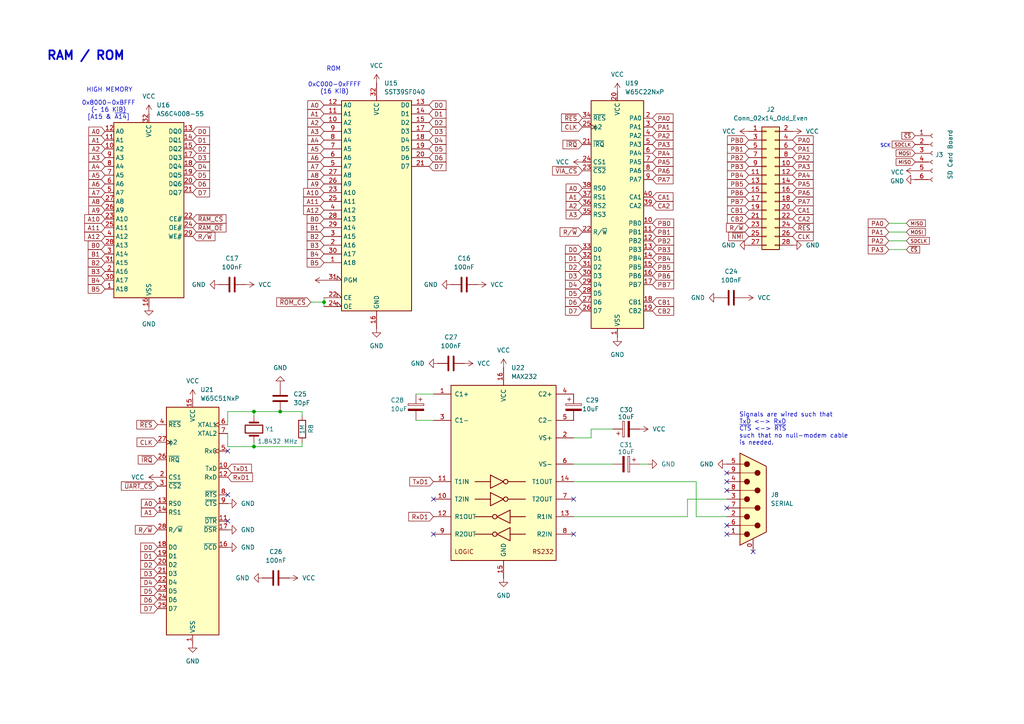
<source format=kicad_sch>
(kicad_sch (version 20250114) (generator "eeschema") (generator_version "9.0")
  (paper "A4")
  (title_block (title "ByteCradle 6502 - RAM/ROM") (date "2025-01-25") (rev "1"))
  (lib_symbols
    (symbol "65xx-library:W65C22NxP"
      (property "Reference" "U" (at 2.54 38.1 0))
      (property "Value" "W65C22NxP" (at 2.54 35.56 0))
      (symbol "W65C22NxP_1_1"
        (pin input line (at -10.16 27.94 0) (length 2.54) (name "~{RES}") (number "34"))
        (pin input clock (at -10.16 25.4 0) (length 2.54) (name "ϕ2") (number "25"))
        (pin open_collector line (at -10.16 20.32 0) (length 2.54) (name "~{IRQ}") (number "21"))
        (pin input line (at -10.16 15.24 0) (length 2.54) (name "CS1") (number "24"))
        (pin input line (at -10.16 12.7 0) (length 2.54) (name "~{CS2}") (number "23"))
        (pin input line (at -10.16 7.62 0) (length 2.54) (name "RS0") (number "38"))
        (pin input line (at -10.16 5.08 0) (length 2.54) (name "RS1") (number "37"))
        (pin input line (at -10.16 2.54 0) (length 2.54) (name "RS2") (number "36"))
        (pin input line (at -10.16 0 0) (length 2.54) (name "RS3") (number "35"))
        (pin input line (at -10.16 -5.08 0) (length 2.54) (name "R/~{W}") (number "22"))
        (pin bidirectional line (at -10.16 -10.16 0) (length 2.54) (name "D0") (number "33"))
        (pin bidirectional line (at -10.16 -12.7 0) (length 2.54) (name "D1") (number "32"))
        (pin bidirectional line (at -10.16 -15.24 0) (length 2.54) (name "D2") (number "31"))
        (pin bidirectional line (at -10.16 -17.78 0) (length 2.54) (name "D3") (number "30"))
        (pin bidirectional line (at -10.16 -20.32 0) (length 2.54) (name "D4") (number "29"))
        (pin bidirectional line (at -10.16 -22.86 0) (length 2.54) (name "D5") (number "28"))
        (pin bidirectional line (at -10.16 -25.4 0) (length 2.54) (name "D6") (number "27"))
        (pin bidirectional line (at -10.16 -27.94 0) (length 2.54) (name "D7") (number "26"))
        (pin power_in line (at 0 35.56 270) (length 2.54) (name "VCC") (number "20"))
        (pin power_in line (at 0 -35.56 90) (length 2.54) (name "VSS") (number "1"))
        (pin bidirectional line (at 10.16 27.94 180) (length 2.54) (name "PA0") (number "2"))
        (pin bidirectional line (at 10.16 25.4 180) (length 2.54) (name "PA1") (number "3"))
        (pin bidirectional line (at 10.16 22.86 180) (length 2.54) (name "PA2") (number "4"))
        (pin bidirectional line (at 10.16 20.32 180) (length 2.54) (name "PA3") (number "5"))
        (pin bidirectional line (at 10.16 17.78 180) (length 2.54) (name "PA4") (number "6"))
        (pin bidirectional line (at 10.16 15.24 180) (length 2.54) (name "PA5") (number "7"))
        (pin bidirectional line (at 10.16 12.7 180) (length 2.54) (name "PA6") (number "8"))
        (pin bidirectional line (at 10.16 10.16 180) (length 2.54) (name "PA7") (number "9"))
        (pin input line (at 10.16 5.08 180) (length 2.54) (name "CA1") (number "40"))
        (pin bidirectional line (at 10.16 2.54 180) (length 2.54) (name "CA2") (number "39"))
        (pin bidirectional line (at 10.16 -2.54 180) (length 2.54) (name "PB0") (number "10"))
        (pin bidirectional line (at 10.16 -5.08 180) (length 2.54) (name "PB1") (number "11"))
        (pin bidirectional line (at 10.16 -7.62 180) (length 2.54) (name "PB2") (number "12"))
        (pin bidirectional line (at 10.16 -10.16 180) (length 2.54) (name "PB3") (number "13"))
        (pin bidirectional line (at 10.16 -12.7 180) (length 2.54) (name "PB4") (number "14"))
        (pin bidirectional line (at 10.16 -15.24 180) (length 2.54) (name "PB5") (number "15"))
        (pin bidirectional line (at 10.16 -17.78 180) (length 2.54) (name "PB6") (number "16"))
        (pin bidirectional line (at 10.16 -20.32 180) (length 2.54) (name "PB7") (number "17"))
        (pin input line (at 10.16 -25.4 180) (length 2.54) (name "CB1") (number "18"))
        (pin bidirectional line (at 10.16 -27.94 180) (length 2.54) (name "CB2") (number "19"))
      )
    )
    (symbol "65xx-library:W65C51NxP"
      (property "Reference" "U" (at 2.54 38.1 0))
      (property "Value" "W65C51NxP" (at 2.54 35.56 0))
      (symbol "W65C51NxP_1_1"
        (pin input line (at -10.16 27.94 0) (length 2.54) (name "~{RES}") (number "4"))
        (pin input clock (at -10.16 22.86 0) (length 2.54) (name "ϕ2") (number "27"))
        (pin open_collector line (at -10.16 17.78 0) (length 2.54) (name "~{IRQ}") (number "26"))
        (pin input line (at -10.16 12.7 0) (length 2.54) (name "CS1") (number "2"))
        (pin input line (at -10.16 10.16 0) (length 2.54) (name "~{CS2}") (number "3"))
        (pin input line (at -10.16 5.08 0) (length 2.54) (name "RS0") (number "13"))
        (pin input line (at -10.16 2.54 0) (length 2.54) (name "RS1") (number "14"))
        (pin input line (at -10.16 -2.54 0) (length 2.54) (name "R/~{W}") (number "28"))
        (pin bidirectional line (at -10.16 -7.62 0) (length 2.54) (name "D0") (number "18"))
        (pin bidirectional line (at -10.16 -10.16 0) (length 2.54) (name "D1") (number "19"))
        (pin bidirectional line (at -10.16 -12.7 0) (length 2.54) (name "D2") (number "20"))
        (pin bidirectional line (at -10.16 -15.24 0) (length 2.54) (name "D3") (number "21"))
        (pin bidirectional line (at -10.16 -17.78 0) (length 2.54) (name "D4") (number "22"))
        (pin bidirectional line (at -10.16 -20.32 0) (length 2.54) (name "D5") (number "23"))
        (pin bidirectional line (at -10.16 -22.86 0) (length 2.54) (name "D6") (number "24"))
        (pin bidirectional line (at -10.16 -25.4 0) (length 2.54) (name "D7") (number "25"))
        (pin power_in line (at 0 35.56 270) (length 2.54) (name "VCC") (number "15"))
        (pin power_in line (at 0 -35.56 90) (length 2.54) (name "VSS") (number "1"))
        (pin input clock (at 10.16 27.94 180) (length 2.54) (name "XTAL1") (number "6"))
        (pin output line (at 10.16 25.4 180) (length 2.54) (name "XTAL2") (number "7"))
        (pin bidirectional clock (at 10.16 20.32 180) (length 2.54) (name "RxC") (number "5"))
        (pin output line (at 10.16 15.24 180) (length 2.54) (name "TxD") (number "10"))
        (pin input line (at 10.16 12.7 180) (length 2.54) (name "RxD") (number "12"))
        (pin output line (at 10.16 7.62 180) (length 2.54) (name "~{RTS}") (number "8"))
        (pin input line (at 10.16 5.08 180) (length 2.54) (name "~{CTS}") (number "9"))
        (pin output line (at 10.16 0 180) (length 2.54) (name "~{DTR}") (number "11"))
        (pin input line (at 10.16 -2.54 180) (length 2.54) (name "~{DSR}") (number "17"))
        (pin input line (at 10.16 -7.62 180) (length 2.54) (name "~{DCD}") (number "16"))
      )
    )
    (symbol "Connector:Conn_01x06_Female" (pin_names (offset 1.016) (hide yes))
      (property "Reference" "J" (at 0 7.62 0))
      (property "Value" "Conn_01x06_Female" (at 0 -10.16 0))
      (symbol "Conn_01x06_Female_1_1"
        (pin passive line (at -5.08 5.08 0) (length 3.81) (name "Pin_1") (number "1"))
        (pin passive line (at -5.08 2.54 0) (length 3.81) (name "Pin_2") (number "2"))
        (pin passive line (at -5.08 0 0) (length 3.81) (name "Pin_3") (number "3"))
        (pin passive line (at -5.08 -2.54 0) (length 3.81) (name "Pin_4") (number "4"))
        (pin passive line (at -5.08 -5.08 0) (length 3.81) (name "Pin_5") (number "5"))
        (pin passive line (at -5.08 -7.62 0) (length 3.81) (name "Pin_6") (number "6"))
      )
    )
    (symbol "Connector:DE9_Plug_MountingHoles" (pin_names (offset 1.016) (hide yes))
      (property "Reference" "J" (at 0 16.51 0))
      (property "Value" "DE9_Plug_MountingHoles" (at 0 14.605 0))
      (symbol "DE9_Plug_MountingHoles_1_1"
        (pin passive line (at -7.62 10.16 0) (length 3.81) (name "5") (number "5"))
        (pin passive line (at -7.62 7.62 0) (length 3.81) (name "9") (number "9"))
        (pin passive line (at -7.62 5.08 0) (length 3.81) (name "4") (number "4"))
        (pin passive line (at -7.62 2.54 0) (length 3.81) (name "8") (number "8"))
        (pin passive line (at -7.62 0 0) (length 3.81) (name "3") (number "3"))
        (pin passive line (at -7.62 -2.54 0) (length 3.81) (name "7") (number "7"))
        (pin passive line (at -7.62 -5.08 0) (length 3.81) (name "2") (number "2"))
        (pin passive line (at -7.62 -7.62 0) (length 3.81) (name "6") (number "6"))
        (pin passive line (at -7.62 -10.16 0) (length 3.81) (name "1") (number "1"))
        (pin passive line (at 0 -15.24 90) (length 3.81) (name "PAD") (number "0"))
      )
    )
    (symbol "Connector_Generic:Conn_02x14_Odd_Even" (pin_names (offset 1.016) (hide yes))
      (property "Reference" "J" (at 1.27 17.78 0))
      (property "Value" "Conn_02x14_Odd_Even" (at 1.27 -20.32 0))
      (symbol "Conn_02x14_Odd_Even_1_1"
        (pin passive line (at -5.08 15.24 0) (length 3.81) (name "Pin_1") (number "1"))
        (pin passive line (at -5.08 12.7 0) (length 3.81) (name "Pin_3") (number "3"))
        (pin passive line (at -5.08 10.16 0) (length 3.81) (name "Pin_5") (number "5"))
        (pin passive line (at -5.08 7.62 0) (length 3.81) (name "Pin_7") (number "7"))
        (pin passive line (at -5.08 5.08 0) (length 3.81) (name "Pin_9") (number "9"))
        (pin passive line (at -5.08 2.54 0) (length 3.81) (name "Pin_11") (number "11"))
        (pin passive line (at -5.08 0 0) (length 3.81) (name "Pin_13") (number "13"))
        (pin passive line (at -5.08 -2.54 0) (length 3.81) (name "Pin_15") (number "15"))
        (pin passive line (at -5.08 -5.08 0) (length 3.81) (name "Pin_17") (number "17"))
        (pin passive line (at -5.08 -7.62 0) (length 3.81) (name "Pin_19") (number "19"))
        (pin passive line (at -5.08 -10.16 0) (length 3.81) (name "Pin_21") (number "21"))
        (pin passive line (at -5.08 -12.7 0) (length 3.81) (name "Pin_23") (number "23"))
        (pin passive line (at -5.08 -15.24 0) (length 3.81) (name "Pin_25") (number "25"))
        (pin passive line (at -5.08 -17.78 0) (length 3.81) (name "Pin_27") (number "27"))
        (pin passive line (at 7.62 15.24 180) (length 3.81) (name "Pin_2") (number "2"))
        (pin passive line (at 7.62 12.7 180) (length 3.81) (name "Pin_4") (number "4"))
        (pin passive line (at 7.62 10.16 180) (length 3.81) (name "Pin_6") (number "6"))
        (pin passive line (at 7.62 7.62 180) (length 3.81) (name "Pin_8") (number "8"))
        (pin passive line (at 7.62 5.08 180) (length 3.81) (name "Pin_10") (number "10"))
        (pin passive line (at 7.62 2.54 180) (length 3.81) (name "Pin_12") (number "12"))
        (pin passive line (at 7.62 0 180) (length 3.81) (name "Pin_14") (number "14"))
        (pin passive line (at 7.62 -2.54 180) (length 3.81) (name "Pin_16") (number "16"))
        (pin passive line (at 7.62 -5.08 180) (length 3.81) (name "Pin_18") (number "18"))
        (pin passive line (at 7.62 -7.62 180) (length 3.81) (name "Pin_20") (number "20"))
        (pin passive line (at 7.62 -10.16 180) (length 3.81) (name "Pin_22") (number "22"))
        (pin passive line (at 7.62 -12.7 180) (length 3.81) (name "Pin_24") (number "24"))
        (pin passive line (at 7.62 -15.24 180) (length 3.81) (name "Pin_26") (number "26"))
        (pin passive line (at 7.62 -17.78 180) (length 3.81) (name "Pin_28") (number "28"))
      )
    )
    (symbol "Device:C" (pin_numbers (hide yes)) (pin_names (offset 0.254))
      (property "Reference" "C" (at 0.635 2.54 0))
      (property "Value" "C" (at 0.635 -2.54 0))
      (symbol "C_1_1"
        (pin passive line (at 0 3.81 270) (length 2.794) (name "~") (number "1"))
        (pin passive line (at 0 -3.81 90) (length 2.794) (name "~") (number "2"))
      )
    )
    (symbol "Device:C_Polarized" (pin_numbers (hide yes)) (pin_names (offset 0.254))
      (property "Reference" "C" (at 0.635 2.54 0))
      (property "Value" "C_Polarized" (at 0.635 -2.54 0))
      (symbol "C_Polarized_1_1"
        (pin passive line (at 0 3.81 270) (length 2.794) (name "~") (number "1"))
        (pin passive line (at 0 -3.81 90) (length 2.794) (name "~") (number "2"))
      )
    )
    (symbol "Device:Crystal" (pin_numbers (hide yes)) (pin_names (offset 1.016) (hide yes))
      (property "Reference" "Y" (at 0 3.81 0))
      (property "Value" "Crystal" (at 0 -3.81 0))
      (symbol "Crystal_1_1"
        (pin passive line (at -3.81 0 0) (length 1.27) (name "1") (number "1"))
        (pin passive line (at 3.81 0 180) (length 1.27) (name "2") (number "2"))
      )
    )
    (symbol "Device:R" (pin_numbers (hide yes)) (pin_names (offset 0))
      (property "Reference" "R" (at 2.032 0 90))
      (property "Value" "R" (at 0 0 90))
      (symbol "R_1_1"
        (pin passive line (at 0 3.81 270) (length 1.27) (name "~") (number "1"))
        (pin passive line (at 0 -3.81 90) (length 1.27) (name "~") (number "2"))
      )
    )
    (symbol "Interface_UART:MAX232" (pin_names (offset 1.016))
      (property "Reference" "U" (at -2.54 28.575 0))
      (property "Value" "MAX232" (at -2.54 26.67 0))
      (symbol "MAX232_0_0"
        (text "LOGIC" (at -11.43 -22.86 0) (effects (font (size 1.27 1.27))))
        (text "RS232" (at 11.43 -22.86 0) (effects (font (size 1.27 1.27))))
      )
      (symbol "MAX232_1_1"
        (pin passive line (at -20.32 22.86 0) (length 5.08) (name "C1+") (number "1"))
        (pin passive line (at -20.32 15.24 0) (length 5.08) (name "C1-") (number "3"))
        (pin input line (at -20.32 -2.54 0) (length 5.08) (name "T1IN") (number "11"))
        (pin input line (at -20.32 -7.62 0) (length 5.08) (name "T2IN") (number "10"))
        (pin output line (at -20.32 -12.7 0) (length 5.08) (name "R1OUT") (number "12"))
        (pin output line (at -20.32 -17.78 0) (length 5.08) (name "R2OUT") (number "9"))
        (pin power_in line (at 0 30.48 270) (length 5.08) (name "VCC") (number "16"))
        (pin power_in line (at 0 -30.48 90) (length 5.08) (name "GND") (number "15"))
        (pin passive line (at 20.32 22.86 180) (length 5.08) (name "C2+") (number "4"))
        (pin passive line (at 20.32 15.24 180) (length 5.08) (name "C2-") (number "5"))
        (pin power_out line (at 20.32 10.16 180) (length 5.08) (name "VS+") (number "2"))
        (pin power_out line (at 20.32 2.54 180) (length 5.08) (name "VS-") (number "6"))
        (pin output line (at 20.32 -2.54 180) (length 5.08) (name "T1OUT") (number "14"))
        (pin output line (at 20.32 -7.62 180) (length 5.08) (name "T2OUT") (number "7"))
        (pin input line (at 20.32 -12.7 180) (length 5.08) (name "R1IN") (number "13"))
        (pin input line (at 20.32 -17.78 180) (length 5.08) (name "R2IN") (number "8"))
      )
    )
    (symbol "Memory_Flash:SST39SF040"
      (property "Reference" "U" (at 2.54 33.02 0))
      (property "Value" "SST39SF040" (at 0 -30.48 0))
      (symbol "SST39SF040_0_0"
        (pin power_in line (at 0 36.83 270) (length 5.08) (name "VCC") (number "32"))
        (pin power_in line (at 0 -34.29 90) (length 5.08) (name "GND") (number "16"))
      )
      (symbol "SST39SF040_1_1"
        (pin input line (at -15.24 30.48 0) (length 5.08) (name "A0") (number "12"))
        (pin input line (at -15.24 27.94 0) (length 5.08) (name "A1") (number "11"))
        (pin input line (at -15.24 25.4 0) (length 5.08) (name "A2") (number "10"))
        (pin input line (at -15.24 22.86 0) (length 5.08) (name "A3") (number "9"))
        (pin input line (at -15.24 20.32 0) (length 5.08) (name "A4") (number "8"))
        (pin input line (at -15.24 17.78 0) (length 5.08) (name "A5") (number "7"))
        (pin input line (at -15.24 15.24 0) (length 5.08) (name "A6") (number "6"))
        (pin input line (at -15.24 12.7 0) (length 5.08) (name "A7") (number "5"))
        (pin input line (at -15.24 10.16 0) (length 5.08) (name "A8") (number "27"))
        (pin input line (at -15.24 7.62 0) (length 5.08) (name "A9") (number "26"))
        (pin input line (at -15.24 5.08 0) (length 5.08) (name "A10") (number "23"))
        (pin input line (at -15.24 2.54 0) (length 5.08) (name "A11") (number "25"))
        (pin input line (at -15.24 0 0) (length 5.08) (name "A12") (number "4"))
        (pin input line (at -15.24 -2.54 0) (length 5.08) (name "A13") (number "28"))
        (pin input line (at -15.24 -5.08 0) (length 5.08) (name "A14") (number "29"))
        (pin input line (at -15.24 -7.62 0) (length 5.08) (name "A15") (number "3"))
        (pin input line (at -15.24 -10.16 0) (length 5.08) (name "A16") (number "2"))
        (pin input line (at -15.24 -12.7 0) (length 5.08) (name "A17") (number "30"))
        (pin input line (at -15.24 -15.24 0) (length 5.08) (name "A18") (number "1"))
        (pin input input_low (at -15.24 -20.32 0) (length 5.08) (name "PGM") (number "31"))
        (pin input input_low (at -15.24 -25.4 0) (length 5.08) (name "CE") (number "22"))
        (pin input input_low (at -15.24 -27.94 0) (length 5.08) (name "OE") (number "24"))
        (pin tri_state line (at 15.24 30.48 180) (length 5.08) (name "D0") (number "13"))
        (pin tri_state line (at 15.24 27.94 180) (length 5.08) (name "D1") (number "14"))
        (pin tri_state line (at 15.24 25.4 180) (length 5.08) (name "D2") (number "15"))
        (pin tri_state line (at 15.24 22.86 180) (length 5.08) (name "D3") (number "17"))
        (pin tri_state line (at 15.24 20.32 180) (length 5.08) (name "D4") (number "18"))
        (pin tri_state line (at 15.24 17.78 180) (length 5.08) (name "D5") (number "19"))
        (pin tri_state line (at 15.24 15.24 180) (length 5.08) (name "D6") (number "20"))
        (pin tri_state line (at 15.24 12.7 180) (length 5.08) (name "D7") (number "21"))
      )
    )
    (symbol "Memory_RAM:AS6C4008-55PCN"
      (property "Reference" "U" (at -10.16 26.035 0))
      (property "Value" "AS6C4008-55PCN" (at 2.54 26.035 0))
      (symbol "AS6C4008-55PCN_0_0"
        (pin power_in line (at 0 27.94 270) (length 2.54) (name "VCC") (number "32"))
        (pin power_in line (at 0 -27.94 90) (length 2.54) (name "VSS") (number "16"))
      )
      (symbol "AS6C4008-55PCN_1_1"
        (pin input line (at -12.7 22.86 0) (length 2.54) (name "A0") (number "12"))
        (pin input line (at -12.7 20.32 0) (length 2.54) (name "A1") (number "11"))
        (pin input line (at -12.7 17.78 0) (length 2.54) (name "A2") (number "10"))
        (pin input line (at -12.7 15.24 0) (length 2.54) (name "A3") (number "9"))
        (pin input line (at -12.7 12.7 0) (length 2.54) (name "A4") (number "8"))
        (pin input line (at -12.7 10.16 0) (length 2.54) (name "A5") (number "7"))
        (pin input line (at -12.7 7.62 0) (length 2.54) (name "A6") (number "6"))
        (pin input line (at -12.7 5.08 0) (length 2.54) (name "A7") (number "5"))
        (pin input line (at -12.7 2.54 0) (length 2.54) (name "A8") (number "27"))
        (pin input line (at -12.7 0 0) (length 2.54) (name "A9") (number "26"))
        (pin input line (at -12.7 -2.54 0) (length 2.54) (name "A10") (number "23"))
        (pin input line (at -12.7 -5.08 0) (length 2.54) (name "A11") (number "25"))
        (pin input line (at -12.7 -7.62 0) (length 2.54) (name "A12") (number "4"))
        (pin input line (at -12.7 -10.16 0) (length 2.54) (name "A13") (number "28"))
        (pin input line (at -12.7 -12.7 0) (length 2.54) (name "A14") (number "3"))
        (pin input line (at -12.7 -15.24 0) (length 2.54) (name "A15") (number "31"))
        (pin input line (at -12.7 -17.78 0) (length 2.54) (name "A16") (number "2"))
        (pin input line (at -12.7 -20.32 0) (length 2.54) (name "A17") (number "30"))
        (pin input line (at -12.7 -22.86 0) (length 2.54) (name "A18") (number "1"))
        (pin tri_state line (at 12.7 22.86 180) (length 2.54) (name "DQ0") (number "13"))
        (pin tri_state line (at 12.7 20.32 180) (length 2.54) (name "DQ1") (number "14"))
        (pin tri_state line (at 12.7 17.78 180) (length 2.54) (name "DQ2") (number "15"))
        (pin tri_state line (at 12.7 15.24 180) (length 2.54) (name "DQ3") (number "17"))
        (pin tri_state line (at 12.7 12.7 180) (length 2.54) (name "DQ4") (number "18"))
        (pin tri_state line (at 12.7 10.16 180) (length 2.54) (name "DQ5") (number "19"))
        (pin tri_state line (at 12.7 7.62 180) (length 2.54) (name "DQ6") (number "20"))
        (pin tri_state line (at 12.7 5.08 180) (length 2.54) (name "DQ7") (number "21"))
        (pin input line (at 12.7 -2.54 180) (length 2.54) (name "CE#") (number "22"))
        (pin input line (at 12.7 -5.08 180) (length 2.54) (name "OE#") (number "24"))
        (pin input line (at 12.7 -7.62 180) (length 2.54) (name "WE#") (number "29"))
      )
    )
    (symbol "power:GND" (power) (pin_numbers (hide yes)) (pin_names (offset 0) (hide yes))
      (property "Value" "GND" (at 0 -3.81 0))
      (symbol "GND_1_1"
        (pin power_in line (at 0 0 270) (length 0) (name "~") (number "1"))
      )
    )
    (symbol "power:VCC" (power) (pin_numbers (hide yes)) (pin_names (offset 0) (hide yes))
      (property "Value" "VCC" (at 0 3.556 0))
      (symbol "VCC_1_1"
        (pin power_in line (at 0 0 90) (length 0) (name "~") (number "1"))
      )
    )
  )
  (text "0x8000-0xBFFF\n(~ 16 KiB)\n[A15 & ~{A14}]" (at 31.496 32.004 0) (effects (font (size 1.27 1.27))))
  (text "SCK" (at 255.27 42.926 0) (effects (font (size 1 1)) (justify left bottom)))
  (text "Signals are wired such that\nTxD <-> RxD\n~{CTS} <-> ~{RTS}\nsuch that no null-modem cable\nis needed." (at 214.376 124.46 0) (effects (font (size 1.27 1.27)) (justify left)))
  (text "ROM" (at 96.774 20.066 0) (effects (font (size 1.27 1.27))))
  (text "RAM / ROM" (at 24.892 16.256 0) (effects (font (size 2.54 2.54) (thickness 0.508) (bold yes))))
  (text "0xC000-0xFFFF\n(16 KiB)" (at 97.028 25.654 0) (effects (font (size 1.27 1.27))))
  (text "HIGH MEMORY" (at 31.75 26.162 0) (effects (font (size 1.27 1.27))))
  (junction (at 81.28 119.38))
  (junction (at 73.66 119.38))
  (junction (at 93.98 87.63))
  (junction (at 73.66 129.54))
  (no_connect (at 66.04 130.81))
  (no_connect (at 66.04 151.13))
  (no_connect (at 210.82 142.24))
  (no_connect (at 166.37 154.94))
  (no_connect (at 210.82 139.7))
  (no_connect (at 125.73 144.78))
  (no_connect (at 125.73 154.94))
  (no_connect (at 210.82 154.94))
  (no_connect (at 218.44 160.02))
  (no_connect (at 210.82 137.16))
  (no_connect (at 166.37 144.78))
  (no_connect (at 210.82 152.4))
  (no_connect (at 66.04 143.51))
  (no_connect (at 210.82 147.32))
  (wire (pts (xy 166.37 139.7) (xy 201.93 139.7)))
  (wire (pts (xy 87.63 129.54) (xy 87.63 128.27)))
  (wire (pts (xy 166.37 149.86) (xy 199.39 149.86)))
  (wire (pts (xy 185.42 134.62) (xy 187.96 134.62)))
  (wire (pts (xy 166.37 134.62) (xy 177.8 134.62)))
  (wire (pts (xy 201.93 139.7) (xy 201.93 149.86)))
  (wire (pts (xy 81.28 119.38) (xy 87.63 119.38)))
  (wire (pts (xy 201.93 149.86) (xy 210.82 149.86)))
  (wire (pts (xy 73.66 119.38) (xy 81.28 119.38)))
  (wire (pts (xy 66.04 119.38) (xy 66.04 123.19)))
  (wire (pts (xy 90.17 87.63) (xy 93.98 87.63)))
  (wire (pts (xy 257.81 67.31) (xy 262.89 67.31)))
  (wire (pts (xy 257.81 69.85) (xy 262.89 69.85)))
  (wire (pts (xy 257.81 64.77) (xy 262.89 64.77)))
  (wire (pts (xy 73.66 119.38) (xy 73.66 120.65)))
  (wire (pts (xy 73.66 129.54) (xy 73.66 128.27)))
  (wire (pts (xy 171.45 124.46) (xy 177.8 124.46)))
  (wire (pts (xy 166.37 127) (xy 171.45 127)))
  (wire (pts (xy 257.81 72.39) (xy 262.89 72.39)))
  (wire (pts (xy 120.65 114.3) (xy 125.73 114.3)))
  (wire (pts (xy 73.66 129.54) (xy 87.63 129.54)))
  (polyline (pts (xy 578.612 187.706) (xy 578.612 13.208)))
  (wire (pts (xy 199.39 149.86) (xy 199.39 144.78)))
  (wire (pts (xy 73.66 119.38) (xy 66.04 119.38)))
  (wire (pts (xy 93.98 87.63) (xy 93.98 86.36)))
  (wire (pts (xy 171.45 127) (xy 171.45 124.46)))
  (wire (pts (xy 66.04 125.73) (xy 66.04 129.54)))
  (wire (pts (xy 66.04 129.54) (xy 73.66 129.54)))
  (wire (pts (xy 93.98 87.63) (xy 93.98 88.9)))
  (wire (pts (xy 87.63 119.38) (xy 87.63 120.65)))
  (wire (pts (xy 120.65 121.92) (xy 125.73 121.92)))
  (wire (pts (xy 199.39 144.78) (xy 210.82 144.78)))
  (global_label "~{RAM_OE}" (shape input) (at 55.88 66.04 0) (property "Intersheetrefs" "${INTERSHEET_REFS}" (effects (hide yes))))
  (global_label "SDCLK" (shape input) (at 262.89 69.85 0) (effects (font (size 1 1))) (property "Intersheetrefs" "${INTERSHEET_REFS}" (effects (hide yes))))
  (global_label "D0" (shape input) (at 168.91 72.39 180) (property "Intersheetrefs" "${INTERSHEET_REFS}" (effects (hide yes))))
  (global_label "A5" (shape input) (at 30.48 50.8 180) (property "Intersheetrefs" "${INTERSHEET_REFS}" (effects (hide yes))))
  (global_label "D6" (shape input) (at 168.91 87.63 180) (property "Intersheetrefs" "${INTERSHEET_REFS}" (effects (hide yes))))
  (global_label "CA2" (shape input) (at 189.23 59.69 0) (property "Intersheetrefs" "${INTERSHEET_REFS}" (effects (hide yes))))
  (global_label "R{slash}~{W}" (shape input) (at 45.72 153.67 180) (property "Intersheetrefs" "${INTERSHEET_REFS}" (effects (hide yes))))
  (global_label "PA4" (shape input) (at 229.87 50.8 0) (property "Intersheetrefs" "${INTERSHEET_REFS}" (effects (hide yes))))
  (global_label "D5" (shape input) (at 124.46 43.18 0) (property "Intersheetrefs" "${INTERSHEET_REFS}" (effects (hide yes))))
  (global_label "RxD1" (shape input) (at 66.04 138.43 0) (property "Intersheetrefs" "${INTERSHEET_REFS}" (effects (hide yes))))
  (global_label "PA0" (shape input) (at 257.81 64.77 180) (property "Intersheetrefs" "${INTERSHEET_REFS}" (effects (hide yes))))
  (global_label "PB2" (shape input) (at 189.23 69.85 0) (property "Intersheetrefs" "${INTERSHEET_REFS}" (effects (hide yes))))
  (global_label "PB7" (shape input) (at 217.17 58.42 180) (property "Intersheetrefs" "${INTERSHEET_REFS}" (effects (hide yes))))
  (global_label "RxD1" (shape input) (at 125.73 149.86 180) (property "Intersheetrefs" "${INTERSHEET_REFS}" (effects (hide yes))))
  (global_label "MISO" (shape input) (at 262.89 64.77 0) (effects (font (size 1 1))) (property "Intersheetrefs" "${INTERSHEET_REFS}" (effects (hide yes))))
  (global_label "B2" (shape input) (at 93.98 68.58 180) (property "Intersheetrefs" "${INTERSHEET_REFS}" (effects (hide yes))))
  (global_label "~{IRQ}" (shape input) (at 45.72 133.35 180) (property "Intersheetrefs" "${INTERSHEET_REFS}" (effects (hide yes))))
  (global_label "PB7" (shape input) (at 189.23 82.55 0) (property "Intersheetrefs" "${INTERSHEET_REFS}" (effects (hide yes))))
  (global_label "CLK" (shape input) (at 229.87 68.58 0) (property "Intersheetrefs" "${INTERSHEET_REFS}" (effects (hide yes))))
  (global_label "A10" (shape input) (at 30.48 63.5 180) (property "Intersheetrefs" "${INTERSHEET_REFS}" (effects (hide yes))))
  (global_label "PB6" (shape input) (at 189.23 80.01 0) (property "Intersheetrefs" "${INTERSHEET_REFS}" (effects (hide yes))))
  (global_label "B0" (shape input) (at 93.98 63.5 180) (property "Intersheetrefs" "${INTERSHEET_REFS}" (effects (hide yes))))
  (global_label "CA1" (shape input) (at 189.23 57.15 0) (property "Intersheetrefs" "${INTERSHEET_REFS}" (effects (hide yes))))
  (global_label "D3" (shape input) (at 124.46 38.1 0) (property "Intersheetrefs" "${INTERSHEET_REFS}" (effects (hide yes))))
  (global_label "~{RES}" (shape input) (at 229.87 66.04 0) (property "Intersheetrefs" "${INTERSHEET_REFS}" (effects (hide yes))))
  (global_label "R{slash}~{W}" (shape input) (at 168.91 67.31 180) (property "Intersheetrefs" "${INTERSHEET_REFS}" (effects (hide yes))))
  (global_label "PA0" (shape input) (at 189.23 34.29 0) (property "Intersheetrefs" "${INTERSHEET_REFS}" (effects (hide yes))))
  (global_label "A1" (shape input) (at 45.72 148.59 180) (property "Intersheetrefs" "${INTERSHEET_REFS}" (effects (hide yes))))
  (global_label "R{slash}~{W}" (shape input) (at 217.17 66.04 180) (property "Intersheetrefs" "${INTERSHEET_REFS}" (effects (hide yes))))
  (global_label "PA3" (shape input) (at 189.23 41.91 0) (property "Intersheetrefs" "${INTERSHEET_REFS}" (effects (hide yes))))
  (global_label "PA6" (shape input) (at 189.23 49.53 0) (property "Intersheetrefs" "${INTERSHEET_REFS}" (effects (hide yes))))
  (global_label "~{ROM_CS}" (shape input) (at 90.17 87.63 180) (property "Intersheetrefs" "${INTERSHEET_REFS}" (effects (hide yes))))
  (global_label "PB1" (shape input) (at 189.23 67.31 0) (property "Intersheetrefs" "${INTERSHEET_REFS}" (effects (hide yes))))
  (global_label "D4" (shape input) (at 168.91 82.55 180) (property "Intersheetrefs" "${INTERSHEET_REFS}" (effects (hide yes))))
  (global_label "A7" (shape input) (at 30.48 55.88 180) (property "Intersheetrefs" "${INTERSHEET_REFS}" (effects (hide yes))))
  (global_label "A6" (shape input) (at 30.48 53.34 180) (property "Intersheetrefs" "${INTERSHEET_REFS}" (effects (hide yes))))
  (global_label "D1" (shape input) (at 55.88 40.64 0) (property "Intersheetrefs" "${INTERSHEET_REFS}" (effects (hide yes))))
  (global_label "PB5" (shape input) (at 189.23 77.47 0) (property "Intersheetrefs" "${INTERSHEET_REFS}" (effects (hide yes))))
  (global_label "CB1" (shape input) (at 189.23 87.63 0) (property "Intersheetrefs" "${INTERSHEET_REFS}" (effects (hide yes))))
  (global_label "A11" (shape input) (at 30.48 66.04 180) (property "Intersheetrefs" "${INTERSHEET_REFS}" (effects (hide yes))))
  (global_label "B4" (shape input) (at 93.98 73.66 180) (property "Intersheetrefs" "${INTERSHEET_REFS}" (effects (hide yes))))
  (global_label "MOSI" (shape input) (at 262.89 67.31 0) (effects (font (size 1 1))) (property "Intersheetrefs" "${INTERSHEET_REFS}" (effects (hide yes))))
  (global_label "PB3" (shape input) (at 189.23 72.39 0) (property "Intersheetrefs" "${INTERSHEET_REFS}" (effects (hide yes))))
  (global_label "D1" (shape input) (at 45.72 161.29 180) (property "Intersheetrefs" "${INTERSHEET_REFS}" (effects (hide yes))))
  (global_label "A9" (shape input) (at 93.98 53.34 180) (property "Intersheetrefs" "${INTERSHEET_REFS}" (effects (hide yes))))
  (global_label "B5" (shape input) (at 93.98 76.2 180) (property "Intersheetrefs" "${INTERSHEET_REFS}" (effects (hide yes))))
  (global_label "PA1" (shape input) (at 257.81 67.31 180) (property "Intersheetrefs" "${INTERSHEET_REFS}" (effects (hide yes))))
  (global_label "PB4" (shape input) (at 217.17 50.8 180) (property "Intersheetrefs" "${INTERSHEET_REFS}" (effects (hide yes))))
  (global_label "A2" (shape input) (at 93.98 35.56 180) (property "Intersheetrefs" "${INTERSHEET_REFS}" (effects (hide yes))))
  (global_label "PB6" (shape input) (at 217.17 55.88 180) (property "Intersheetrefs" "${INTERSHEET_REFS}" (effects (hide yes))))
  (global_label "A8" (shape input) (at 93.98 50.8 180) (property "Intersheetrefs" "${INTERSHEET_REFS}" (effects (hide yes))))
  (global_label "D3" (shape input) (at 45.72 166.37 180) (property "Intersheetrefs" "${INTERSHEET_REFS}" (effects (hide yes))))
  (global_label "D2" (shape input) (at 168.91 77.47 180) (property "Intersheetrefs" "${INTERSHEET_REFS}" (effects (hide yes))))
  (global_label "A12" (shape input) (at 93.98 60.96 180) (property "Intersheetrefs" "${INTERSHEET_REFS}" (effects (hide yes))))
  (global_label "D7" (shape input) (at 124.46 48.26 0) (property "Intersheetrefs" "${INTERSHEET_REFS}" (effects (hide yes))))
  (global_label "D4" (shape input) (at 55.88 48.26 0) (property "Intersheetrefs" "${INTERSHEET_REFS}" (effects (hide yes))))
  (global_label "A6" (shape input) (at 93.98 45.72 180) (property "Intersheetrefs" "${INTERSHEET_REFS}" (effects (hide yes))))
  (global_label "A1" (shape input) (at 30.48 40.64 180) (property "Intersheetrefs" "${INTERSHEET_REFS}" (effects (hide yes))))
  (global_label "B5" (shape input) (at 30.48 83.82 180) (property "Intersheetrefs" "${INTERSHEET_REFS}" (effects (hide yes))))
  (global_label "D7" (shape input) (at 45.72 176.53 180) (property "Intersheetrefs" "${INTERSHEET_REFS}" (effects (hide yes))))
  (global_label "D3" (shape input) (at 55.88 45.72 0) (property "Intersheetrefs" "${INTERSHEET_REFS}" (effects (hide yes))))
  (global_label "PB3" (shape input) (at 217.17 48.26 180) (property "Intersheetrefs" "${INTERSHEET_REFS}" (effects (hide yes))))
  (global_label "~{RES}" (shape input) (at 168.91 34.29 180) (property "Intersheetrefs" "${INTERSHEET_REFS}" (effects (hide yes))))
  (global_label "~{VIA_CS}" (shape input) (at 168.91 49.53 180) (property "Intersheetrefs" "${INTERSHEET_REFS}" (effects (hide yes))))
  (global_label "A0" (shape input) (at 93.98 30.48 180) (property "Intersheetrefs" "${INTERSHEET_REFS}" (effects (hide yes))))
  (global_label "PA2" (shape input) (at 257.81 69.85 180) (property "Intersheetrefs" "${INTERSHEET_REFS}" (effects (hide yes))))
  (global_label "D4" (shape input) (at 124.46 40.64 0) (property "Intersheetrefs" "${INTERSHEET_REFS}" (effects (hide yes))))
  (global_label "PB0" (shape input) (at 217.17 40.64 180) (property "Intersheetrefs" "${INTERSHEET_REFS}" (effects (hide yes))))
  (global_label "CB2" (shape input) (at 189.23 90.17 0) (property "Intersheetrefs" "${INTERSHEET_REFS}" (effects (hide yes))))
  (global_label "~{CS}" (shape input) (at 265.43 39.37 180) (effects (font (size 1 1))) (property "Intersheetrefs" "${INTERSHEET_REFS}" (effects (hide yes))))
  (global_label "D7" (shape input) (at 168.91 90.17 180) (property "Intersheetrefs" "${INTERSHEET_REFS}" (effects (hide yes))))
  (global_label "D7" (shape input) (at 55.88 55.88 0) (property "Intersheetrefs" "${INTERSHEET_REFS}" (effects (hide yes))))
  (global_label "TxD1" (shape input) (at 125.73 139.7 180) (property "Intersheetrefs" "${INTERSHEET_REFS}" (effects (hide yes))))
  (global_label "PA4" (shape input) (at 189.23 44.45 0) (property "Intersheetrefs" "${INTERSHEET_REFS}" (effects (hide yes))))
  (global_label "CA1" (shape input) (at 229.87 60.96 0) (property "Intersheetrefs" "${INTERSHEET_REFS}" (effects (hide yes))))
  (global_label "A2" (shape input) (at 30.48 43.18 180) (property "Intersheetrefs" "${INTERSHEET_REFS}" (effects (hide yes))))
  (global_label "D5" (shape input) (at 55.88 50.8 0) (property "Intersheetrefs" "${INTERSHEET_REFS}" (effects (hide yes))))
  (global_label "PB2" (shape input) (at 217.17 45.72 180) (property "Intersheetrefs" "${INTERSHEET_REFS}" (effects (hide yes))))
  (global_label "A10" (shape input) (at 93.98 55.88 180) (property "Intersheetrefs" "${INTERSHEET_REFS}" (effects (hide yes))))
  (global_label "PA0" (shape input) (at 229.87 40.64 0) (property "Intersheetrefs" "${INTERSHEET_REFS}" (effects (hide yes))))
  (global_label "PA1" (shape input) (at 189.23 36.83 0) (property "Intersheetrefs" "${INTERSHEET_REFS}" (effects (hide yes))))
  (global_label "CLK" (shape input) (at 45.72 128.27 180) (property "Intersheetrefs" "${INTERSHEET_REFS}" (effects (hide yes))))
  (global_label "D2" (shape input) (at 55.88 43.18 0) (property "Intersheetrefs" "${INTERSHEET_REFS}" (effects (hide yes))))
  (global_label "D6" (shape input) (at 45.72 173.99 180) (property "Intersheetrefs" "${INTERSHEET_REFS}" (effects (hide yes))))
  (global_label "A4" (shape input) (at 93.98 40.64 180) (property "Intersheetrefs" "${INTERSHEET_REFS}" (effects (hide yes))))
  (global_label "~{UART_CS}" (shape input) (at 45.72 140.97 180) (property "Intersheetrefs" "${INTERSHEET_REFS}" (effects (hide yes))))
  (global_label "D6" (shape input) (at 55.88 53.34 0) (property "Intersheetrefs" "${INTERSHEET_REFS}" (effects (hide yes))))
  (global_label "D3" (shape input) (at 168.91 80.01 180) (property "Intersheetrefs" "${INTERSHEET_REFS}" (effects (hide yes))))
  (global_label "CB2" (shape input) (at 217.17 63.5 180) (property "Intersheetrefs" "${INTERSHEET_REFS}" (effects (hide yes))))
  (global_label "PA7" (shape input) (at 189.23 52.07 0) (property "Intersheetrefs" "${INTERSHEET_REFS}" (effects (hide yes))))
  (global_label "A1" (shape input) (at 93.98 33.02 180) (property "Intersheetrefs" "${INTERSHEET_REFS}" (effects (hide yes))))
  (global_label "A3" (shape input) (at 93.98 38.1 180) (property "Intersheetrefs" "${INTERSHEET_REFS}" (effects (hide yes))))
  (global_label "PA2" (shape input) (at 229.87 45.72 0) (property "Intersheetrefs" "${INTERSHEET_REFS}" (effects (hide yes))))
  (global_label "A4" (shape input) (at 30.48 48.26 180) (property "Intersheetrefs" "${INTERSHEET_REFS}" (effects (hide yes))))
  (global_label "D1" (shape input) (at 168.91 74.93 180) (property "Intersheetrefs" "${INTERSHEET_REFS}" (effects (hide yes))))
  (global_label "B3" (shape input) (at 30.48 78.74 180) (property "Intersheetrefs" "${INTERSHEET_REFS}" (effects (hide yes))))
  (global_label "D2" (shape input) (at 45.72 163.83 180) (property "Intersheetrefs" "${INTERSHEET_REFS}" (effects (hide yes))))
  (global_label "B4" (shape input) (at 30.48 81.28 180) (property "Intersheetrefs" "${INTERSHEET_REFS}" (effects (hide yes))))
  (global_label "A5" (shape input) (at 93.98 43.18 180) (property "Intersheetrefs" "${INTERSHEET_REFS}" (effects (hide yes))))
  (global_label "B1" (shape input) (at 30.48 73.66 180) (property "Intersheetrefs" "${INTERSHEET_REFS}" (effects (hide yes))))
  (global_label "D5" (shape input) (at 168.91 85.09 180) (property "Intersheetrefs" "${INTERSHEET_REFS}" (effects (hide yes))))
  (global_label "PA1" (shape input) (at 229.87 43.18 0) (property "Intersheetrefs" "${INTERSHEET_REFS}" (effects (hide yes))))
  (global_label "D5" (shape input) (at 45.72 171.45 180) (property "Intersheetrefs" "${INTERSHEET_REFS}" (effects (hide yes))))
  (global_label "R{slash}~{W}" (shape input) (at 55.88 68.58 0) (property "Intersheetrefs" "${INTERSHEET_REFS}" (effects (hide yes))))
  (global_label "PB1" (shape input) (at 217.17 43.18 180) (property "Intersheetrefs" "${INTERSHEET_REFS}" (effects (hide yes))))
  (global_label "PA3" (shape input) (at 229.87 48.26 0) (property "Intersheetrefs" "${INTERSHEET_REFS}" (effects (hide yes))))
  (global_label "A0" (shape input) (at 30.48 38.1 180) (property "Intersheetrefs" "${INTERSHEET_REFS}" (effects (hide yes))))
  (global_label "~{IRQ}" (shape input) (at 168.91 41.91 180) (property "Intersheetrefs" "${INTERSHEET_REFS}" (effects (hide yes))))
  (global_label "B2" (shape input) (at 30.48 76.2 180) (property "Intersheetrefs" "${INTERSHEET_REFS}" (effects (hide yes))))
  (global_label "TxD1" (shape input) (at 66.04 135.89 0) (property "Intersheetrefs" "${INTERSHEET_REFS}" (effects (hide yes))))
  (global_label "B3" (shape input) (at 93.98 71.12 180) (property "Intersheetrefs" "${INTERSHEET_REFS}" (effects (hide yes))))
  (global_label "~{CS}" (shape input) (at 262.89 72.39 0) (effects (font (size 1 1))) (property "Intersheetrefs" "${INTERSHEET_REFS}" (effects (hide yes))))
  (global_label "A2" (shape input) (at 168.91 59.69 180) (property "Intersheetrefs" "${INTERSHEET_REFS}" (effects (hide yes))))
  (global_label "MISO" (shape input) (at 265.43 46.99 180) (effects (font (size 1 1))) (property "Intersheetrefs" "${INTERSHEET_REFS}" (effects (hide yes))))
  (global_label "PA5" (shape input) (at 189.23 46.99 0) (property "Intersheetrefs" "${INTERSHEET_REFS}" (effects (hide yes))))
  (global_label "D2" (shape input) (at 124.46 35.56 0) (property "Intersheetrefs" "${INTERSHEET_REFS}" (effects (hide yes))))
  (global_label "A7" (shape input) (at 93.98 48.26 180) (property "Intersheetrefs" "${INTERSHEET_REFS}" (effects (hide yes))))
  (global_label "~{RES}" (shape input) (at 45.72 123.19 180) (property "Intersheetrefs" "${INTERSHEET_REFS}" (effects (hide yes))))
  (global_label "PB0" (shape input) (at 189.23 64.77 0) (property "Intersheetrefs" "${INTERSHEET_REFS}" (effects (hide yes))))
  (global_label "PA7" (shape input) (at 229.87 58.42 0) (property "Intersheetrefs" "${INTERSHEET_REFS}" (effects (hide yes))))
  (global_label "A11" (shape input) (at 93.98 58.42 180) (property "Intersheetrefs" "${INTERSHEET_REFS}" (effects (hide yes))))
  (global_label "A8" (shape input) (at 30.48 58.42 180) (property "Intersheetrefs" "${INTERSHEET_REFS}" (effects (hide yes))))
  (global_label "~{RAM_CS}" (shape input) (at 55.88 63.5 0) (property "Intersheetrefs" "${INTERSHEET_REFS}" (effects (hide yes))))
  (global_label "D0" (shape input) (at 124.46 30.48 0) (property "Intersheetrefs" "${INTERSHEET_REFS}" (effects (hide yes))))
  (global_label "D1" (shape input) (at 124.46 33.02 0) (property "Intersheetrefs" "${INTERSHEET_REFS}" (effects (hide yes))))
  (global_label "B0" (shape input) (at 30.48 71.12 180) (property "Intersheetrefs" "${INTERSHEET_REFS}" (effects (hide yes))))
  (global_label "PA5" (shape input) (at 229.87 53.34 0) (property "Intersheetrefs" "${INTERSHEET_REFS}" (effects (hide yes))))
  (global_label "D4" (shape input) (at 45.72 168.91 180) (property "Intersheetrefs" "${INTERSHEET_REFS}" (effects (hide yes))))
  (global_label "D6" (shape input) (at 124.46 45.72 0) (property "Intersheetrefs" "${INTERSHEET_REFS}" (effects (hide yes))))
  (global_label "D0" (shape input) (at 45.72 158.75 180) (property "Intersheetrefs" "${INTERSHEET_REFS}" (effects (hide yes))))
  (global_label "CLK" (shape input) (at 168.91 36.83 180) (property "Intersheetrefs" "${INTERSHEET_REFS}" (effects (hide yes))))
  (global_label "PA3" (shape input) (at 257.81 72.39 180) (property "Intersheetrefs" "${INTERSHEET_REFS}" (effects (hide yes))))
  (global_label "CA2" (shape input) (at 229.87 63.5 0) (property "Intersheetrefs" "${INTERSHEET_REFS}" (effects (hide yes))))
  (global_label "A3" (shape input) (at 30.48 45.72 180) (property "Intersheetrefs" "${INTERSHEET_REFS}" (effects (hide yes))))
  (global_label "MOSI" (shape input) (at 265.43 44.45 180) (effects (font (size 1 1))) (property "Intersheetrefs" "${INTERSHEET_REFS}" (effects (hide yes))))
  (global_label "PB5" (shape input) (at 217.17 53.34 180) (property "Intersheetrefs" "${INTERSHEET_REFS}" (effects (hide yes))))
  (global_label "A9" (shape input) (at 30.48 60.96 180) (property "Intersheetrefs" "${INTERSHEET_REFS}" (effects (hide yes))))
  (global_label "D0" (shape input) (at 55.88 38.1 0) (property "Intersheetrefs" "${INTERSHEET_REFS}" (effects (hide yes))))
  (global_label "A1" (shape input) (at 168.91 57.15 180) (property "Intersheetrefs" "${INTERSHEET_REFS}" (effects (hide yes))))
  (global_label "B1" (shape input) (at 93.98 66.04 180) (property "Intersheetrefs" "${INTERSHEET_REFS}" (effects (hide yes))))
  (global_label "~{NMI}" (shape input) (at 217.17 68.58 180) (property "Intersheetrefs" "${INTERSHEET_REFS}" (effects (hide yes))))
  (global_label "PA6" (shape input) (at 229.87 55.88 0) (property "Intersheetrefs" "${INTERSHEET_REFS}" (effects (hide yes))))
  (global_label "A3" (shape input) (at 168.91 62.23 180) (property "Intersheetrefs" "${INTERSHEET_REFS}" (effects (hide yes))))
  (global_label "PB4" (shape input) (at 189.23 74.93 0) (property "Intersheetrefs" "${INTERSHEET_REFS}" (effects (hide yes))))
  (global_label "A12" (shape input) (at 30.48 68.58 180) (property "Intersheetrefs" "${INTERSHEET_REFS}" (effects (hide yes))))
  (global_label "PA2" (shape input) (at 189.23 39.37 0) (property "Intersheetrefs" "${INTERSHEET_REFS}" (effects (hide yes))))
  (global_label "SDCLK" (shape input) (at 265.43 41.91 180) (effects (font (size 1 1))) (property "Intersheetrefs" "${INTERSHEET_REFS}" (effects (hide yes))))
  (global_label "A0" (shape input) (at 168.91 54.61 180) (property "Intersheetrefs" "${INTERSHEET_REFS}" (effects (hide yes))))
  (global_label "CB1" (shape input) (at 217.17 60.96 180) (property "Intersheetrefs" "${INTERSHEET_REFS}" (effects (hide yes))))
  (global_label "A0" (shape input) (at 45.72 146.05 180) (property "Intersheetrefs" "${INTERSHEET_REFS}" (effects (hide yes))))
  (symbol (lib_id "power:VCC") (at 217.17 38.1 90) (unit 1)
    (property "Reference" "#PWR0141" (effects (hide yes)))
    (property "Value" "VCC" (at 213.36 38.0999 90) (effects (justify left)))
    (property "Description" "Power symbol creates a global label with name \"VCC\"" (effects (hide yes)))
  )
  (symbol (lib_id "Memory_Flash:SST39SF040") (at 109.22 60.96 0) (unit 1)
    (property "Reference" "U15" (at 111.4141 24.13 0) (effects (justify left)))
    (property "Value" "SST39SF040" (at 111.4141 26.67 0) (effects (justify left)))
    (property "Footprint" "Package_DIP:DIP-32_W15.24mm_Socket" (effects (hide yes)))
    (property "Datasheet" "http://ww1.microchip.com/downloads/en/DeviceDoc/25022B.pdf" (effects (hide yes)))
    (property "Description" "Silicon Storage Technology (SSF) 512k x 8 Flash ROM" (effects (hide yes)))
  )
  (symbol (lib_id "power:VCC") (at 215.9 86.36 270) (unit 1)
    (property "Reference" "#PWR0140" (effects (hide yes)))
    (property "Value" "VCC" (at 219.71 86.3599 90) (effects (justify left)))
    (property "Description" "Power symbol creates a global label with name \"VCC\"" (effects (hide yes)))
  )
  (symbol (lib_id "power:GND") (at 127 105.41 270) (unit 1)
    (property "Reference" "#PWR0162" (effects (hide yes)))
    (property "Value" "GND" (at 123.19 105.4099 90) (effects (justify right)))
    (property "Description" "Power symbol creates a global label with name \"GND\" , ground" (effects (hide yes)))
  )
  (symbol (lib_id "Device:Crystal") (at 73.66 124.46 90) (unit 1)
    (property "Reference" "Y1" (at 76.962 124.46 90) (effects (justify right)))
    (property "Value" "1.8432 MHz" (at 74.676 128.016 90) (effects (justify right)))
    (property "Footprint" "Crystal:Crystal_HC50_Vertical" (effects (hide yes)))
    (property "Description" "Two pin crystal" (effects (hide yes)))
  )
  (symbol (lib_id "power:GND") (at 66.04 158.75 90) (unit 1)
    (property "Reference" "#PWR0172" (effects (hide yes)))
    (property "Value" "GND" (at 69.85 158.7499 90) (effects (justify right)))
    (property "Description" "Power symbol creates a global label with name \"GND\" , ground" (effects (hide yes)))
  )
  (symbol (lib_id "Device:C_Polarized") (at 181.61 134.62 270) (unit 1)
    (property "Reference" "C31" (at 181.61 129.032 90))
    (property "Value" "10uF" (at 181.61 131.064 90))
    (property "Footprint" "Capacitor_THT:CP_Radial_D5.0mm_P2.50mm" (effects (hide yes)))
    (property "Description" "Polarized capacitor" (effects (hide yes)))
  )
  (symbol (lib_id "power:GND") (at 81.28 111.76 180) (unit 1)
    (property "Reference" "#PWR0160" (effects (hide yes)))
    (property "Value" "GND" (at 81.28 106.68 0))
    (property "Description" "Power symbol creates a global label with name \"GND\" , ground" (effects (hide yes)))
  )
  (symbol (lib_id "65xx-library:W65C51NxP") (at 55.88 151.13 0) (unit 1)
    (property "Reference" "U21" (at 58.0741 113.03 0) (effects (justify left)))
    (property "Value" "W65C51NxP" (at 58.0741 115.57 0) (effects (justify left)))
    (property "Footprint" "Package_DIP:DIP-28_W15.24mm_Socket" (effects (hide yes)))
    (property "Datasheet" "http://www.westerndesigncenter.com/wdc/documentation/w65c51n.pdf" (effects (hide yes)))
    (property "Description" "CMOS Asynchronous Communication Interface Adapter (ACIA), Serial UART, DIP-28" (effects (hide yes)))
  )
  (symbol (lib_id "power:VCC") (at 45.72 138.43 90) (unit 1)
    (property "Reference" "#PWR0157" (effects (hide yes)))
    (property "Value" "VCC" (at 41.91 138.4299 90) (effects (justify left)))
    (property "Description" "Power symbol creates a global label with name \"VCC\"" (effects (hide yes)))
  )
  (symbol (lib_id "power:VCC") (at 168.91 46.99 90) (unit 1)
    (property "Reference" "#PWR0136" (effects (hide yes)))
    (property "Value" "VCC" (at 165.1 46.9899 90) (effects (justify left)))
    (property "Description" "Power symbol creates a global label with name \"VCC\"" (effects (hide yes)))
  )
  (symbol (lib_id "power:VCC") (at 134.62 105.41 270) (unit 1)
    (property "Reference" "#PWR0164" (effects (hide yes)))
    (property "Value" "VCC" (at 138.43 105.4099 90) (effects (justify left)))
    (property "Description" "Power symbol creates a global label with name \"VCC\"" (effects (hide yes)))
  )
  (symbol (lib_id "65xx-library:W65C22NxP") (at 179.07 62.23 0) (unit 1)
    (property "Reference" "U19" (at 181.2641 24.13 0) (effects (justify left)))
    (property "Value" "W65C22NxP" (at 181.2641 26.67 0) (effects (justify left)))
    (property "Footprint" "Package_DIP:DIP-40_W15.24mm_Socket" (effects (hide yes)))
    (property "Datasheet" "http://www.westerndesigncenter.com/wdc/documentation/w65c22.pdf" (effects (hide yes)))
    (property "Description" "CMOS Versatile Interface Adapter (VIA), 20-pin I/O, 2 Timer/Counters, NMOS-Compatible, DIP-40" (effects (hide yes)))
  )
  (symbol (lib_id "power:GND") (at 130.81 82.55 270) (unit 1)
    (property "Reference" "#PWR085" (effects (hide yes)))
    (property "Value" "GND" (at 127 82.5499 90) (effects (justify right)))
    (property "Description" "Power symbol creates a global label with name \"GND\" , ground" (effects (hide yes)))
  )
  (symbol (lib_id "Device:C") (at 134.62 82.55 270) (unit 1)
    (property "Reference" "C16" (at 134.62 74.93 90))
    (property "Value" "100nF" (at 134.62 77.47 90))
    (property "Footprint" "Capacitor_THT:C_Disc_D5.0mm_W2.5mm_P5.00mm" (effects (hide yes)))
    (property "Description" "Unpolarized capacitor" (effects (hide yes)))
  )
  (symbol (lib_id "power:GND") (at 229.87 71.12 90) (unit 1)
    (property "Reference" "#PWR0146" (effects (hide yes)))
    (property "Value" "GND" (at 233.68 71.1199 90) (effects (justify right)))
    (property "Description" "Power symbol creates a global label with name \"GND\" , ground" (effects (hide yes)))
  )
  (symbol (lib_id "power:VCC") (at 229.87 38.1 270) (unit 1)
    (property "Reference" "#PWR0145" (effects (hide yes)))
    (property "Value" "VCC" (at 233.68 38.0999 90) (effects (justify left)))
    (property "Description" "Power symbol creates a global label with name \"VCC\"" (effects (hide yes)))
  )
  (symbol (lib_id "power:GND") (at 208.28 86.36 270) (unit 1)
    (property "Reference" "#PWR0139" (effects (hide yes)))
    (property "Value" "GND" (at 204.47 86.3599 90) (effects (justify right)))
    (property "Description" "Power symbol creates a global label with name \"GND\" , ground" (effects (hide yes)))
  )
  (symbol (lib_id "Device:C") (at 81.28 115.57 0) (unit 1)
    (property "Reference" "C25" (at 85.09 114.2999 0) (effects (justify left)))
    (property "Value" "30pF" (at 85.09 116.8399 0) (effects (justify left)))
    (property "Footprint" "Capacitor_THT:C_Disc_D5.0mm_W2.5mm_P5.00mm" (effects (hide yes)))
    (property "Description" "Unpolarized capacitor" (effects (hide yes)))
  )
  (symbol (lib_id "power:GND") (at 217.17 71.12 270) (unit 1)
    (property "Reference" "#PWR0144" (effects (hide yes)))
    (property "Value" "GND" (at 213.36 71.1199 90) (effects (justify right)))
    (property "Description" "Power symbol creates a global label with name \"GND\" , ground" (effects (hide yes)))
  )
  (symbol (lib_id "Device:C") (at 67.31 82.55 270) (unit 1)
    (property "Reference" "C17" (at 67.31 74.93 90))
    (property "Value" "100nF" (at 67.31 77.47 90))
    (property "Footprint" "Capacitor_THT:C_Disc_D5.0mm_W2.5mm_P5.00mm" (effects (hide yes)))
    (property "Description" "Unpolarized capacitor" (effects (hide yes)))
  )
  (symbol (lib_id "power:VCC") (at 109.22 24.13 0) (unit 1)
    (property "Reference" "#PWR086" (effects (hide yes)))
    (property "Value" "VCC" (at 109.22 19.05 0))
    (property "Description" "Power symbol creates a global label with name \"VCC\"" (effects (hide yes)))
  )
  (symbol (lib_id "power:VCC") (at 71.12 82.55 270) (unit 1)
    (property "Reference" "#PWR094" (effects (hide yes)))
    (property "Value" "VCC" (at 74.93 82.5499 90) (effects (justify left)))
    (property "Description" "Power symbol creates a global label with name \"VCC\"" (effects (hide yes)))
  )
  (symbol (lib_id "power:GND") (at 265.43 52.07 270) (unit 1)
    (property "Reference" "#PWR049" (effects (hide yes)))
    (property "Value" "GND" (at 262.2551 52.5038 90) (effects (justify right)))
    (property "Description" "Power symbol creates a global label with name \"GND\" , ground" (effects (hide yes)))
  )
  (symbol (lib_id "power:GND") (at 43.18 88.9 0) (unit 1)
    (property "Reference" "#PWR089" (effects (hide yes)))
    (property "Value" "GND" (at 43.18 93.98 0))
    (property "Description" "Power symbol creates a global label with name \"GND\" , ground" (effects (hide yes)))
  )
  (symbol (lib_id "Connector_Generic:Conn_02x14_Odd_Even") (at 222.25 53.34 0) (unit 1)
    (property "Reference" "J2" (at 223.52 31.75 0))
    (property "Value" "Conn_02x14_Odd_Even" (at 223.52 34.29 0))
    (property "Footprint" "Connector_PinHeader_2.54mm:PinHeader_2x14_P2.54mm_Vertical" (effects (hide yes)))
    (property "Description" "Generic connector, double row, 02x14, odd/even pin numbering scheme (row 1 odd numbers, row 2 even numbers), script generated (kicad-library-utils/schlib/autogen/connector/)" (effects (hide yes)))
  )
  (symbol (lib_id "power:VCC") (at 55.88 115.57 0) (unit 1)
    (property "Reference" "#PWR0158" (effects (hide yes)))
    (property "Value" "VCC" (at 55.88 110.49 0))
    (property "Description" "Power symbol creates a global label with name \"VCC\"" (effects (hide yes)))
  )
  (symbol (lib_id "power:GND") (at 210.82 134.62 270) (unit 1)
    (property "Reference" "#PWR0171" (effects (hide yes)))
    (property "Value" "GND" (at 207.01 134.6199 90) (effects (justify right)))
    (property "Description" "Power symbol creates a global label with name \"GND\" , ground" (effects (hide yes)))
  )
  (symbol (lib_id "Connector:Conn_01x06_Female") (at 270.51 44.45 0) (unit 1)
    (property "Reference" "J3" (at 271.2212 44.8853 0) (effects (justify left)))
    (property "Value" "SD Card Board" (at 275.59 52.07 90) (effects (justify left)))
    (property "Footprint" "sdcard-holder:sdcard-socket" (effects (hide yes)))
  )
  (symbol (lib_id "Memory_RAM:AS6C4008-55PCN") (at 43.18 60.96 0) (unit 1)
    (property "Reference" "U16" (at 45.3741 30.48 0) (effects (justify left)))
    (property "Value" "AS6C4008-55" (at 45.3741 33.02 0) (effects (justify left)))
    (property "Footprint" "Package_DIP:DIP-32_W15.24mm_Socket" (effects (hide yes)))
    (property "Datasheet" "https://www.alliancememory.com/wp-content/uploads/pdf/AS6C4008.pdf" (effects (hide yes)))
    (property "Description" "512K x 8 Low Power CMOS RAM, DIP-32" (effects (hide yes)))
  )
  (symbol (lib_id "power:GND") (at 76.2 167.64 270) (unit 1)
    (property "Reference" "#PWR0161" (effects (hide yes)))
    (property "Value" "GND" (at 72.39 167.6399 90) (effects (justify right)))
    (property "Description" "Power symbol creates a global label with name \"GND\" , ground" (effects (hide yes)))
  )
  (symbol (lib_id "power:VCC") (at 138.43 82.55 270) (unit 1)
    (property "Reference" "#PWR090" (effects (hide yes)))
    (property "Value" "VCC" (at 142.24 82.5499 90) (effects (justify left)))
    (property "Description" "Power symbol creates a global label with name \"VCC\"" (effects (hide yes)))
  )
  (symbol (lib_id "power:GND") (at 146.05 167.64 0) (unit 1)
    (property "Reference" "#PWR0168" (effects (hide yes)))
    (property "Value" "GND" (at 146.05 172.72 0))
    (property "Description" "Power symbol creates a global label with name \"GND\" , ground" (effects (hide yes)))
  )
  (symbol (lib_id "power:GND") (at 109.22 95.25 0) (unit 1)
    (property "Reference" "#PWR087" (effects (hide yes)))
    (property "Value" "GND" (at 109.22 100.33 0))
    (property "Description" "Power symbol creates a global label with name \"GND\" , ground" (effects (hide yes)))
  )
  (symbol (lib_id "power:GND") (at 63.5 82.55 270) (unit 1)
    (property "Reference" "#PWR091" (effects (hide yes)))
    (property "Value" "GND" (at 59.69 82.5499 90) (effects (justify right)))
    (property "Description" "Power symbol creates a global label with name \"GND\" , ground" (effects (hide yes)))
  )
  (symbol (lib_id "Device:C") (at 212.09 86.36 270) (unit 1)
    (property "Reference" "C24" (at 212.09 78.74 90))
    (property "Value" "100nF" (at 212.09 81.28 90))
    (property "Footprint" "Capacitor_THT:C_Disc_D5.0mm_W2.5mm_P5.00mm" (effects (hide yes)))
    (property "Description" "Unpolarized capacitor" (effects (hide yes)))
  )
  (symbol (lib_id "Device:C_Polarized") (at 166.37 118.11 0) (unit 1)
    (property "Reference" "C29" (at 173.736 116.078 0) (effects (justify right)))
    (property "Value" "10uF" (at 173.736 118.618 0) (effects (justify right)))
    (property "Footprint" "Capacitor_THT:CP_Radial_D5.0mm_P2.50mm" (effects (hide yes)))
    (property "Description" "Polarized capacitor" (effects (hide yes)))
  )
  (symbol (lib_id "power:GND") (at 187.96 134.62 90) (unit 1)
    (property "Reference" "#PWR0170" (effects (hide yes)))
    (property "Value" "GND" (at 191.77 134.6199 90) (effects (justify right)))
    (property "Description" "Power symbol creates a global label with name \"GND\" , ground" (effects (hide yes)))
  )
  (symbol (lib_id "power:VCC") (at 83.82 167.64 270) (unit 1)
    (property "Reference" "#PWR0163" (effects (hide yes)))
    (property "Value" "VCC" (at 87.63 167.6399 90) (effects (justify left)))
    (property "Description" "Power symbol creates a global label with name \"VCC\"" (effects (hide yes)))
  )
  (symbol (lib_id "Device:C_Polarized") (at 120.65 118.11 0) (mirror y) (unit 1)
    (property "Reference" "C28" (at 113.284 116.078 0) (effects (justify right)))
    (property "Value" "10uF" (at 113.284 118.618 0) (effects (justify right)))
    (property "Footprint" "Capacitor_THT:CP_Radial_D5.0mm_P2.50mm" (effects (hide yes)))
    (property "Description" "Polarized capacitor" (effects (hide yes)))
  )
  (symbol (lib_id "power:VCC") (at 185.42 124.46 270) (unit 1)
    (property "Reference" "#PWR0169" (effects (hide yes)))
    (property "Value" "VCC" (at 189.23 124.4599 90) (effects (justify left)))
    (property "Description" "Power symbol creates a global label with name \"VCC\"" (effects (hide yes)))
  )
  (symbol (lib_id "power:VCC") (at 265.43 49.53 90) (unit 1)
    (property "Reference" "#PWR048" (effects (hide yes)))
    (property "Value" "VCC" (at 262.255 49.9638 90) (effects (justify left)))
    (property "Description" "Power symbol creates a global label with name \"VCC\"" (effects (hide yes)))
  )
  (symbol (lib_id "power:GND") (at 66.04 146.05 90) (unit 1)
    (property "Reference" "#PWR0165" (effects (hide yes)))
    (property "Value" "GND" (at 69.85 146.0499 90) (effects (justify right)))
    (property "Description" "Power symbol creates a global label with name \"GND\" , ground" (effects (hide yes)))
  )
  (symbol (lib_id "Interface_UART:MAX232") (at 146.05 137.16 0) (unit 1)
    (property "Reference" "U22" (at 148.2441 106.68 0) (effects (justify left)))
    (property "Value" "MAX232" (at 148.2441 109.22 0) (effects (justify left)))
    (property "Footprint" "Package_DIP:DIP-16_W7.62mm_Socket" (effects (hide yes)))
    (property "Datasheet" "http://www.ti.com/lit/ds/symlink/max232.pdf" (effects (hide yes)))
    (property "Description" "Dual RS232 driver/receiver, 5V supply, 120kb/s, 0C-70C" (effects (hide yes)))
  )
  (symbol (lib_id "Device:R") (at 87.63 124.46 0) (unit 1)
    (property "Reference" "R8" (at 90.17 125.73 90) (effects (justify left)))
    (property "Value" "1M" (at 87.63 125.984 90) (effects (justify left)))
    (property "Footprint" "Resistor_THT:R_Axial_DIN0207_L6.3mm_D2.5mm_P7.62mm_Horizontal" (effects (hide yes)))
    (property "Description" "Resistor" (effects (hide yes)))
  )
  (symbol (lib_id "Device:C_Polarized") (at 181.61 124.46 90) (unit 1)
    (property "Reference" "C30" (at 181.61 118.872 90))
    (property "Value" "10uF" (at 181.61 120.904 90))
    (property "Footprint" "Capacitor_THT:CP_Radial_D5.0mm_P2.50mm" (effects (hide yes)))
    (property "Description" "Polarized capacitor" (effects (hide yes)))
  )
  (symbol (lib_id "power:GND") (at 66.04 153.67 90) (unit 1)
    (property "Reference" "#PWR0166" (effects (hide yes)))
    (property "Value" "GND" (at 69.85 153.6699 90) (effects (justify right)))
    (property "Description" "Power symbol creates a global label with name \"GND\" , ground" (effects (hide yes)))
  )
  (symbol (lib_id "Connector:DE9_Plug_MountingHoles") (at 218.44 144.78 0) (unit 1)
    (property "Reference" "J8" (at 223.52 143.5099 0) (effects (justify left)))
    (property "Value" "SERIAL" (at 223.52 146.0499 0) (effects (justify left)))
    (property "Footprint" "Connector_Dsub:DSUB-9_Pins_Horizontal_P2.77x2.84mm_EdgePinOffset4.94mm_Housed_MountingHolesOffset4.94mm" (effects (hide yes)))
    (property "Datasheet" " ~" (effects (hide yes)))
    (property "Description" "9-pin male plug pin D-SUB connector, Mounting Hole" (effects (hide yes)))
  )
  (symbol (lib_id "power:VCC") (at 93.98 81.28 90) (unit 1)
    (property "Reference" "#PWR084" (effects (hide yes)))
    (property "Value" "VCC" (effects (hide yes)))
    (property "Description" "Power symbol creates a global label with name \"VCC\"" (effects (hide yes)))
  )
  (symbol (lib_id "power:VCC") (at 146.05 106.68 0) (unit 1)
    (property "Reference" "#PWR0167" (effects (hide yes)))
    (property "Value" "VCC" (at 146.05 101.6 0))
    (property "Description" "Power symbol creates a global label with name \"VCC\"" (effects (hide yes)))
  )
  (symbol (lib_id "power:VCC") (at 179.07 26.67 0) (unit 1)
    (property "Reference" "#PWR0137" (effects (hide yes)))
    (property "Value" "VCC" (at 179.07 21.59 0))
    (property "Description" "Power symbol creates a global label with name \"VCC\"" (effects (hide yes)))
  )
  (symbol (lib_id "power:GND") (at 179.07 97.79 0) (unit 1)
    (property "Reference" "#PWR0138" (effects (hide yes)))
    (property "Value" "GND" (at 179.07 102.87 0))
    (property "Description" "Power symbol creates a global label with name \"GND\" , ground" (effects (hide yes)))
  )
  (symbol (lib_id "power:VCC") (at 43.18 33.02 0) (unit 1)
    (property "Reference" "#PWR088" (effects (hide yes)))
    (property "Value" "VCC" (at 43.18 27.94 0))
    (property "Description" "Power symbol creates a global label with name \"VCC\"" (effects (hide yes)))
  )
  (symbol (lib_id "Device:C") (at 130.81 105.41 270) (unit 1)
    (property "Reference" "C27" (at 130.81 97.79 90))
    (property "Value" "100nF" (at 130.81 100.33 90))
    (property "Footprint" "Capacitor_THT:C_Disc_D5.0mm_W2.5mm_P5.00mm" (effects (hide yes)))
    (property "Description" "Unpolarized capacitor" (effects (hide yes)))
  )
  (symbol (lib_id "power:GND") (at 55.88 186.69 0) (unit 1)
    (property "Reference" "#PWR0159" (effects (hide yes)))
    (property "Value" "GND" (at 55.88 191.77 0))
    (property "Description" "Power symbol creates a global label with name \"GND\" , ground" (effects (hide yes)))
  )
  (symbol (lib_id "Device:C") (at 80.01 167.64 270) (unit 1)
    (property "Reference" "C26" (at 80.01 160.02 90))
    (property "Value" "100nF" (at 80.01 162.56 90))
    (property "Footprint" "Capacitor_THT:C_Disc_D5.0mm_W2.5mm_P5.00mm" (effects (hide yes)))
    (property "Description" "Unpolarized capacitor" (effects (hide yes)))
  )
)
</source>
